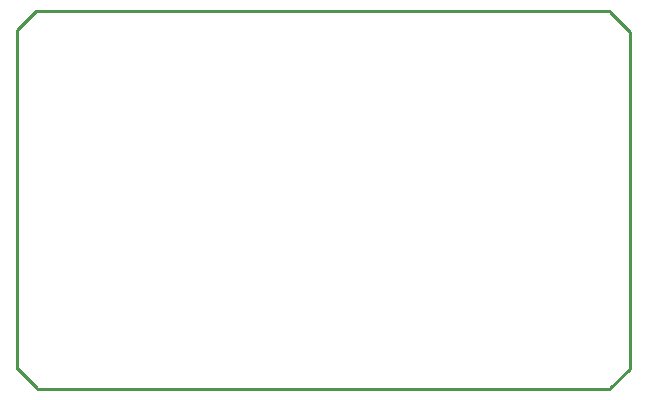
<source format=gm1>
G04*
G04 #@! TF.GenerationSoftware,Altium Limited,Altium Designer,20.0.10 (225)*
G04*
G04 Layer_Color=16711935*
%FSLAX24Y24*%
%MOIN*%
G70*
G01*
G75*
%ADD11C,0.0100*%
D11*
X19050Y10525D02*
Y21800D01*
X19700Y22450D02*
X38808Y22450D01*
X19725Y9850D02*
X38825Y9850D01*
X39500Y10525D02*
Y21750D01*
X38808Y22450D02*
X38825Y22433D01*
Y22425D02*
X39500Y21750D01*
X38825Y9875D02*
X39475Y10525D01*
X19075D02*
X19725Y9875D01*
X19050Y21800D02*
X19700Y22450D01*
X19900D01*
X19700D02*
X19750D01*
X19050Y10525D02*
Y21800D01*
X19700Y22450D02*
X38808Y22450D01*
X19725Y9850D02*
X38825Y9850D01*
X39500Y10525D02*
Y21750D01*
X38808Y22450D02*
X38825Y22433D01*
Y22425D02*
X39500Y21750D01*
X38825Y9875D02*
X39475Y10525D01*
X19075D02*
X19725Y9875D01*
X19050Y21800D02*
X19700Y22450D01*
X19900D01*
X19700D02*
X19750D01*
M02*

</source>
